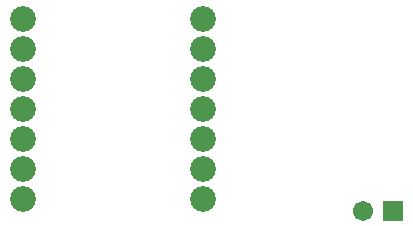
<source format=gbs>
%FSTAX23Y23*%
%MOIN*%
%SFA1B1*%

%IPPOS*%
%ADD48C,0.067055*%
%ADD49R,0.067055X0.067055*%
%ADD50C,0.085953*%
%LNhsmm-1*%
%LPD*%
G54D48*
X00835Y-0099D03*
G54D49*
X00935Y-0099D03*
G54D50*
X003Y-0095D03*
Y-0085D03*
Y-0075D03*
Y-0065D03*
Y-0055D03*
Y-0045D03*
Y-0035D03*
X-003D03*
Y-0045D03*
Y-0055D03*
Y-0065D03*
Y-0075D03*
Y-0085D03*
Y-0095D03*
M02*
</source>
